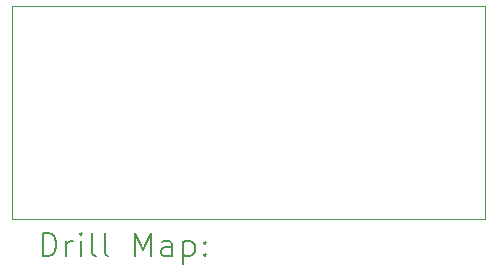
<source format=gbr>
%TF.GenerationSoftware,KiCad,Pcbnew,8.0.3*%
%TF.CreationDate,2024-07-19T13:19:13+02:00*%
%TF.ProjectId,Konwerter_impendancji.kicad_3_pcb,4b6f6e77-6572-4746-9572-5f696d70656e,rev?*%
%TF.SameCoordinates,Original*%
%TF.FileFunction,Drillmap*%
%TF.FilePolarity,Positive*%
%FSLAX45Y45*%
G04 Gerber Fmt 4.5, Leading zero omitted, Abs format (unit mm)*
G04 Created by KiCad (PCBNEW 8.0.3) date 2024-07-19 13:19:13*
%MOMM*%
%LPD*%
G01*
G04 APERTURE LIST*
%ADD10C,0.100000*%
%ADD11C,0.200000*%
G04 APERTURE END LIST*
D10*
X10194000Y-9627000D02*
X14194000Y-9627000D01*
X14194000Y-11427000D01*
X10194000Y-11427000D01*
X10194000Y-9627000D01*
D11*
X10449777Y-11743484D02*
X10449777Y-11543484D01*
X10449777Y-11543484D02*
X10497396Y-11543484D01*
X10497396Y-11543484D02*
X10525967Y-11553008D01*
X10525967Y-11553008D02*
X10545015Y-11572055D01*
X10545015Y-11572055D02*
X10554539Y-11591103D01*
X10554539Y-11591103D02*
X10564063Y-11629198D01*
X10564063Y-11629198D02*
X10564063Y-11657769D01*
X10564063Y-11657769D02*
X10554539Y-11695865D01*
X10554539Y-11695865D02*
X10545015Y-11714912D01*
X10545015Y-11714912D02*
X10525967Y-11733960D01*
X10525967Y-11733960D02*
X10497396Y-11743484D01*
X10497396Y-11743484D02*
X10449777Y-11743484D01*
X10649777Y-11743484D02*
X10649777Y-11610150D01*
X10649777Y-11648246D02*
X10659301Y-11629198D01*
X10659301Y-11629198D02*
X10668824Y-11619674D01*
X10668824Y-11619674D02*
X10687872Y-11610150D01*
X10687872Y-11610150D02*
X10706920Y-11610150D01*
X10773586Y-11743484D02*
X10773586Y-11610150D01*
X10773586Y-11543484D02*
X10764063Y-11553008D01*
X10764063Y-11553008D02*
X10773586Y-11562531D01*
X10773586Y-11562531D02*
X10783110Y-11553008D01*
X10783110Y-11553008D02*
X10773586Y-11543484D01*
X10773586Y-11543484D02*
X10773586Y-11562531D01*
X10897396Y-11743484D02*
X10878348Y-11733960D01*
X10878348Y-11733960D02*
X10868824Y-11714912D01*
X10868824Y-11714912D02*
X10868824Y-11543484D01*
X11002158Y-11743484D02*
X10983110Y-11733960D01*
X10983110Y-11733960D02*
X10973586Y-11714912D01*
X10973586Y-11714912D02*
X10973586Y-11543484D01*
X11230729Y-11743484D02*
X11230729Y-11543484D01*
X11230729Y-11543484D02*
X11297396Y-11686341D01*
X11297396Y-11686341D02*
X11364062Y-11543484D01*
X11364062Y-11543484D02*
X11364062Y-11743484D01*
X11545015Y-11743484D02*
X11545015Y-11638722D01*
X11545015Y-11638722D02*
X11535491Y-11619674D01*
X11535491Y-11619674D02*
X11516443Y-11610150D01*
X11516443Y-11610150D02*
X11478348Y-11610150D01*
X11478348Y-11610150D02*
X11459301Y-11619674D01*
X11545015Y-11733960D02*
X11525967Y-11743484D01*
X11525967Y-11743484D02*
X11478348Y-11743484D01*
X11478348Y-11743484D02*
X11459301Y-11733960D01*
X11459301Y-11733960D02*
X11449777Y-11714912D01*
X11449777Y-11714912D02*
X11449777Y-11695865D01*
X11449777Y-11695865D02*
X11459301Y-11676817D01*
X11459301Y-11676817D02*
X11478348Y-11667293D01*
X11478348Y-11667293D02*
X11525967Y-11667293D01*
X11525967Y-11667293D02*
X11545015Y-11657769D01*
X11640253Y-11610150D02*
X11640253Y-11810150D01*
X11640253Y-11619674D02*
X11659301Y-11610150D01*
X11659301Y-11610150D02*
X11697396Y-11610150D01*
X11697396Y-11610150D02*
X11716443Y-11619674D01*
X11716443Y-11619674D02*
X11725967Y-11629198D01*
X11725967Y-11629198D02*
X11735491Y-11648246D01*
X11735491Y-11648246D02*
X11735491Y-11705388D01*
X11735491Y-11705388D02*
X11725967Y-11724436D01*
X11725967Y-11724436D02*
X11716443Y-11733960D01*
X11716443Y-11733960D02*
X11697396Y-11743484D01*
X11697396Y-11743484D02*
X11659301Y-11743484D01*
X11659301Y-11743484D02*
X11640253Y-11733960D01*
X11821205Y-11724436D02*
X11830729Y-11733960D01*
X11830729Y-11733960D02*
X11821205Y-11743484D01*
X11821205Y-11743484D02*
X11811682Y-11733960D01*
X11811682Y-11733960D02*
X11821205Y-11724436D01*
X11821205Y-11724436D02*
X11821205Y-11743484D01*
X11821205Y-11619674D02*
X11830729Y-11629198D01*
X11830729Y-11629198D02*
X11821205Y-11638722D01*
X11821205Y-11638722D02*
X11811682Y-11629198D01*
X11811682Y-11629198D02*
X11821205Y-11619674D01*
X11821205Y-11619674D02*
X11821205Y-11638722D01*
M02*

</source>
